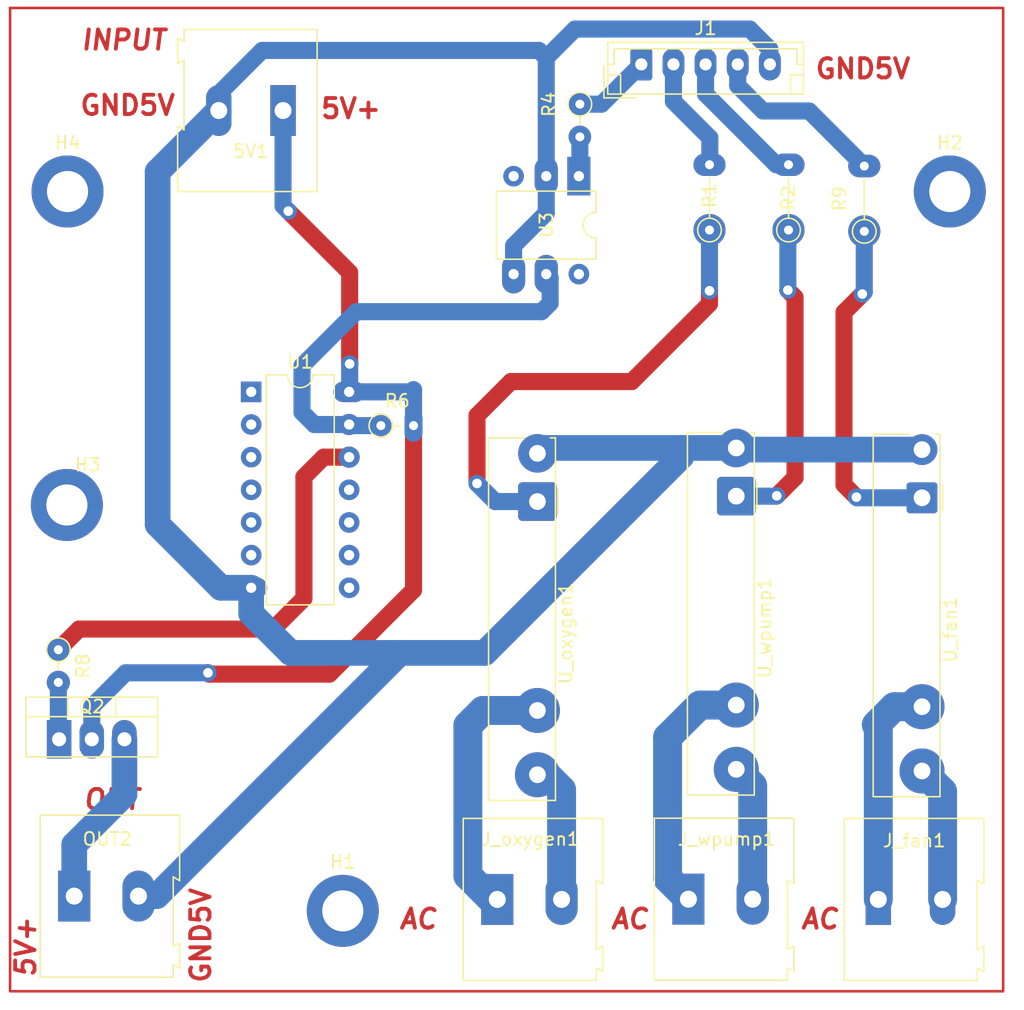
<source format=kicad_pcb>
(kicad_pcb (version 20211014) (generator pcbnew)
  (layers (0 "F.Cu" signal) (31 "B.Cu" signal) (34 "B.Paste" user) (35 "F.Paste" user) (36 "B.SilkS" user "B.Silkscreen") (37 "F.SilkS" user "F.Silkscreen") (38 "B.Mask" user) (39 "F.Mask" user) (44 "Edge.Cuts" user))
  (net 0 "")
  (net 1 "GND5V")
  (net 2 "D25")
  (net 3 "D32")
  (net 4 "D33")
  (net 5 "Net-(J_oxygen1-Pad1)")
  (net 6 "Net-(J_oxygen1-Pad2)")
  (net 7 "Net-(J_wpump1-Pad1)")
  (net 8 "Net-(J_wpump1-Pad2)")
  (net 9 "Net-(OUT2-Pad1)")
  (net 10 "Net-(Q2-Pad1)")
  (net 11 "5v")
  (net 12 "Net-(R1-Pad1)")
  (net 13 "Net-(R2-Pad1)")
  (net 14 "Net-(R4-Pad2)")
  (net 15 "Net-(R6-Pad1)")
  (net 16 "Net-(R8-Pad1)")
  (net 27 "D34")
  (net 28 "Net-(R9-Pad1)")
  (net 29 "Net-(J_fan1-Pad1)")
  (net 30 "Net-(J_fan1-Pad2)")
  (footprint "TerminalBlock:TerminalBlock_Altech_AK300-2_P5.00mm" (layer "F.Cu") (at 179.4115 108.439)
    (fp_text reference "J_wpump1" (at 2.9605 -4.68) (layer "F.SilkS"))
    (fp_text value "Screw_Terminal_01x02")
    (fp_line (start 7.7 5.35) (end 8.2 5.6) (layer "F.SilkS") (width 0.12))
    (fp_line (start 8.2 -1.2) (end 8.2 -6.3) (layer "F.SilkS") (width 0.12))
    (fp_line (start 8.2 3.65) (end 7.7 3.9) (layer "F.SilkS") (width 0.12))
    (fp_line (start 7.7 -1.5) (end 8.2 -1.2) (layer "F.SilkS") (width 0.12))
    (fp_line (start 8.2 3.7) (end 8.2 3.65) (layer "F.SilkS") (width 0.12))
    (fp_line (start -2.65 6.3) (end 7.7 6.3) (layer "F.SilkS") (width 0.12))
    (fp_line (start 7.7 6.3) (end 7.7 5.35) (layer "F.SilkS") (width 0.12))
    (fp_line (start 7.7 3.9) (end 7.7 -1.5) (layer "F.SilkS") (width 0.12))
    (fp_line (start 8.2 5.6) (end 8.2 3.7) (layer "F.SilkS") (width 0.12))
    (fp_line (start 8.2 -6.3) (end -2.65 -6.3) (layer "F.SilkS") (width 0.12))
    (fp_line (start -2.65 -6.3) (end -2.65 6.3) (layer "F.SilkS") (width 0.12))
    (pad "1" thru_hole rect (at 0 0) (size 2.5 3.96) (drill 1.32) (layers *.Cu *.Mask) (net 7 "Net-(J_wpump1-Pad1)"))
    (pad "2" thru_hole oval (at 5 0) (size 2.5 3.96) (drill 1.32) (layers *.Cu *.Mask) (net 8 "Net-(J_wpump1-Pad2)"))
  )
  (footprint "TerminalBlock:TerminalBlock_Altech_AK300-2_P5.00mm" (layer "F.Cu") (at 194.183 108.458)
    (fp_text reference "J_fan1" (at 2.794 -4.572) (layer "F.SilkS"))
    (fp_text value "Screw_Terminal_01x02")
    (fp_line (start 8.2 3.7) (end 8.2 3.65) (layer "F.SilkS") (width 0.12))
    (fp_line (start 8.2 5.6) (end 8.2 3.7) (layer "F.SilkS") (width 0.12))
    (fp_line (start -2.65 -6.3) (end -2.65 6.3) (layer "F.SilkS") (width 0.12))
    (fp_line (start 7.7 3.9) (end 7.7 -1.5) (layer "F.SilkS") (width 0.12))
    (fp_line (start 7.7 -1.5) (end 8.2 -1.2) (layer "F.SilkS") (width 0.12))
    (fp_line (start 8.2 -6.3) (end -2.65 -6.3) (layer "F.SilkS") (width 0.12))
    (fp_line (start -2.65 6.3) (end 7.7 6.3) (layer "F.SilkS") (width 0.12))
    (fp_line (start 8.2 3.65) (end 7.7 3.9) (layer "F.SilkS") (width 0.12))
    (fp_line (start 7.7 6.3) (end 7.7 5.35) (layer "F.SilkS") (width 0.12))
    (fp_line (start 8.2 -1.2) (end 8.2 -6.3) (layer "F.SilkS") (width 0.12))
    (fp_line (start 7.7 5.35) (end 8.2 5.6) (layer "F.SilkS") (width 0.12))
    (pad "1" thru_hole rect (at 0 0) (size 1.98 3.96) (drill 1.32) (layers *.Cu *.Mask) (net 29 "Net-(J_fan1-Pad1)"))
    (pad "2" thru_hole oval (at 5 0) (size 1.98 3.96) (drill 1.32) (layers *.Cu *.Mask) (net 30 "Net-(J_fan1-Pad2)"))
  )
  (footprint "Resistor_THT:R_Axial_DIN0204_L3.6mm_D1.6mm_P5.08mm_Vertical" (layer "F.Cu") (at 187.198 56.388 90)
    (fp_text reference "R2" (at 2.5 0 90) (layer "F.SilkS"))
    (fp_text value "R")
    (fp_line (start 0.92 0) (end 4.08 0) (layer "F.SilkS") (width 0.12))
    (fp_circle (center 0 0) (end 0.92 0) (layer "F.SilkS") (width 0.12) (fill none))
    (pad "1" thru_hole circle (at 0 0 90) (size 2.5 2.5) (drill 0.7) (layers *.Cu *.Mask) (net 13 "Net-(R2-Pad1)"))
    (pad "2" thru_hole oval (at 5.08 0 90) (size 1.75 2.5) (drill 0.7) (layers *.Cu *.Mask) (net 4 "D33"))
  )
  (footprint "MountingHole:MountingHole_3.2mm_M3_DIN965_Pad" (layer "F.Cu") (at 131.1148 53.3908)
    (fp_text reference "H4" (at 0 -3.8) (layer "F.SilkS"))
    (fp_text value "MountingHole")
    (pad "1" thru_hole circle (at 0 0) (size 5.6 5.6) (drill 3.2) (layers *.Cu *.Mask))
  )
  (footprint "MountingHole:MountingHole_3.2mm_M3_DIN965_Pad" (layer "F.Cu") (at 199.7456 53.3908)
    (fp_text reference "H2" (at 0 -3.8) (layer "F.SilkS"))
    (fp_text value "MountingHole")
    (pad "1" thru_hole circle (at 0 0) (size 5.6 5.6) (drill 3.2) (layers *.Cu *.Mask))
  )
  (footprint "Package_DIP:DIP-6_W7.62mm" (layer "F.Cu") (at 170.8924 52.1981 -90)
    (fp_text reference "U3" (at 3.8 2.525 90) (layer "F.SilkS"))
    (fp_text value "4N25")
    (fp_line (start 1.16 -1.33) (end 1.16 6.41) (layer "F.SilkS") (width 0.12))
    (fp_line (start 1.16 6.41) (end 6.46 6.41) (layer "F.SilkS") (width 0.12))
    (fp_line (start 6.46 -1.33) (end 4.81 -1.33) (layer "F.SilkS") (width 0.12))
    (fp_line (start 6.46 6.41) (end 6.46 -1.33) (layer "F.SilkS") (width 0.12))
    (fp_line (start 2.81 -1.33) (end 1.16 -1.33) (layer "F.SilkS") (width 0.12))
    (fp_arc (start 4.81 -1.33) (mid 3.81 -0.33) (end 2.81 -1.33) (layer "F.SilkS") (width 0.12))
    (pad "1" thru_hole rect (at 0 0 270) (size 3 1.8) (drill 0.8) (layers *.Cu *.Mask) (net 14 "Net-(R4-Pad2)"))
    (pad "2" thru_hole oval (at 0 2.54 270) (size 3 1.8) (drill 0.8) (layers *.Cu *.Mask) (net 1 "GND5V"))
    (pad "3" thru_hole oval (at 0 5.08 270) (size 1.6 1.6) (drill 0.8) (layers *.Cu *.Mask))
    (pad "4" thru_hole oval (at 7.62 5.08 270) (size 3 1.8) (drill 0.8) (layers *.Cu *.Mask) (net 1 "GND5V"))
    (pad "5" thru_hole oval (at 7.62 2.54 270) (size 3 1.8) (drill 0.8) (layers *.Cu *.Mask) (net 15 "Net-(R6-Pad1)"))
    (pad "6" thru_hole oval (at 7.62 0 270) (size 1.6 1.6) (drill 0.8) (layers *.Cu *.Mask))
  )
  (footprint "OptoDevice:Finder_34.81" (layer "F.Cu") (at 183.134 77.089 -90)
    (fp_text reference "U_wpump1" (at 10.25 -2.2 90) (layer "F.SilkS"))
    (fp_text value "34.81-8240")
    (fp_line (start 23.25 3.8) (end -4.95 3.8) (layer "F.SilkS") (width 0.12))
    (fp_line (start -4.95 -1.4) (end -4.95 -1) (layer "F.SilkS") (width 0.12))
    (fp_line (start 1 -1.6) (end -1 -1.6) (layer "F.SilkS") (width 0.12))
    (fp_line (start 23.25 -1.4) (end 23.25 3.8) (layer "F.SilkS") (width 0.12))
    (fp_line (start -4.95 -1.4) (end 23.25 -1.4) (layer "F.SilkS") (width 0.12))
    (fp_line (start -4.95 3.8) (end -4.95 1) (layer "F.SilkS") (width 0.12))
    (pad "11" thru_hole circle (at 16.25 0 270) (size 3.5 3.5) (drill 1.3) (layers *.Cu *.Mask) (net 7 "Net-(J_wpump1-Pad1)"))
    (pad "14" thru_hole circle (at 21.25 0 270) (size 3.5 3.5) (drill oval 1.3) (layers *.Cu *.Mask) (net 8 "Net-(J_wpump1-Pad2)"))
    (pad "A1" thru_hole roundrect (at 0 0 270) (size 3 3) (drill 1.3) (layers *.Cu *.Mask) (roundrect_rratio 0.104) (net 13 "Net-(R2-Pad1)"))
    (pad "A2" thru_hole circle (at -3.75 0 270) (size 3 3) (drill 1.3) (layers *.Cu *.Mask) (net 1 "GND5V"))
  )
  (footprint "Package_DIP:DIP-14_W7.62mm" (layer "F.Cu") (at 145.4 68.975)
    (fp_text reference "U1" (at 3.81 -2.33) (layer "F.SilkS"))
    (fp_text value "40106")
    (fp_line (start 6.46 16.57) (end 6.46 -1.33) (layer "F.SilkS") (width 0.12))
    (fp_line (start 1.16 -1.33) (end 1.16 16.57) (layer "F.SilkS") (width 0.12))
    (fp_line (start 1.16 16.57) (end 6.46 16.57) (layer "F.SilkS") (width 0.12))
    (fp_line (start 2.81 -1.33) (end 1.16 -1.33) (layer "F.SilkS") (width 0.12))
    (fp_line (start 6.46 -1.33) (end 4.81 -1.33) (layer "F.SilkS") (width 0.12))
    (fp_arc (start 4.81 -1.33) (mid 3.81 -0.33) (end 2.81 -1.33) (layer "F.SilkS") (width 0.12))
    (pad "1" thru_hole rect (at 0 0) (size 1.6 1.6) (drill 0.8) (layers *.Cu *.Mask))
    (pad "2" thru_hole oval (at 0 2.54) (size 1.6 1.6) (drill 0.8) (layers *.Cu *.Mask))
    (pad "3" thru_hole oval (at 0 5.08) (size 1.6 1.6) (drill 0.8) (layers *.Cu *.Mask))
    (pad "4" thru_hole oval (at 0 7.62) (size 1.6 1.6) (drill 0.8) (layers *.Cu *.Mask))
    (pad "5" thru_hole oval (at 0 10.16) (size 1.6 1.6) (drill 0.8) (layers *.Cu *.Mask))
    (pad "6" thru_hole oval (at 0 12.7) (size 1.6 1.6) (drill 0.8) (layers *.Cu *.Mask))
    (pad "7" thru_hole oval (at 0 15.24) (size 2.5 1.6) (drill 0.8) (layers *.Cu *.Mask) (net 1 "GND5V"))
    (pad "8" thru_hole oval (at 7.62 15.24) (size 1.6 1.6) (drill 0.8) (layers *.Cu *.Mask))
    (pad "9" thru_hole oval (at 7.62 12.7) (size 1.6 1.6) (drill 0.8) (layers *.Cu *.Mask))
    (pad "10" thru_hole oval (at 7.62 10.16) (size 1.6 1.6) (drill 0.8) (layers *.Cu *.Mask))
    (pad "11" thru_hole oval (at 7.62 7.62) (size 1.6 1.6) (drill 0.8) (layers *.Cu *.Mask))
    (pad "12" thru_hole oval (at 7.62 5.08) (size 1.65 1.65) (drill 0.8) (layers *.Cu *.Mask) (net 16 "Net-(R8-Pad1)"))
    (pad "13" thru_hole oval (at 7.62 2.54) (size 1.65 1.65) (drill 0.8) (layers *.Cu *.Mask) (net 15 "Net-(R6-Pad1)"))
    (pad "14" thru_hole oval (at 7.62 0) (size 2.5 1.6) (drill 0.8) (layers *.Cu *.Mask) (net 11 "5v"))
  )
  (footprint "TerminalBlock:TerminalBlock_Altech_AK300-2_P5.00mm" (layer "F.Cu") (at 131.635 108.2)
    (fp_text reference "OUT2" (at 2.565 -4.441) (layer "F.SilkS"))
    (fp_text value "Screw_Terminal_01x02")
    (fp_line (start 8.2 -1.2) (end 8.2 -6.3) (layer "F.SilkS") (width 0.12))
    (fp_line (start 7.7 5.35) (end 8.2 5.6) (layer "F.SilkS") (width 0.12))
    (fp_line (start 7.7 3.9) (end 7.7 -1.5) (layer "F.SilkS") (width 0.12))
    (fp_line (start 7.7 6.3) (end 7.7 5.35) (layer "F.SilkS") (width 0.12))
    (fp_line (start 8.2 5.6) (end 8.2 3.7) (layer "F.SilkS") (width 0.12))
    (fp_line (start -2.65 6.3) (end 7.7 6.3) (layer "F.SilkS") (width 0.12))
    (fp_line (start -2.65 -6.3) (end -2.65 6.3) (layer "F.SilkS") (width 0.12))
    (fp_line (start 8.2 3.7) (end 8.2 3.65) (layer "F.SilkS") (width 0.12))
    (fp_line (start 8.2 3.65) (end 7.7 3.9) (layer "F.SilkS") (width 0.12))
    (fp_line (start 8.2 -6.3) (end -2.65 -6.3) (layer "F.SilkS") (width 0.12))
    (fp_line (start 7.7 -1.5) (end 8.2 -1.2) (layer "F.SilkS") (width 0.12))
    (pad "1" thru_hole rect (at 0 0) (size 2.5 3.96) (drill 1.32) (layers *.Cu *.Mask) (net 9 "Net-(OUT2-Pad1)"))
    (pad "2" thru_hole oval (at 5 0) (size 2.5 3.96) (drill 1.32) (layers *.Cu *.Mask) (net 1 "GND5V"))
  )
  (footprint "Resistor_THT:R_Axial_DIN0204_L3.6mm_D1.6mm_P2.54mm_Vertical" (layer "F.Cu") (at 155.49 71.6)
    (fp_text reference "R6" (at 1.27 -1.92) (layer "F.SilkS"))
    (fp_text value "10k")
    (fp_line (start 0.92 0) (end 1.54 0) (layer "F.SilkS") (width 0.12))
    (fp_circle (center 0 0) (end 0.92 0) (layer "F.SilkS") (width 0.12) (fill none))
    (pad "1" thru_hole circle (at 0 0) (size 1.65 1.65) (drill 0.7) (layers *.Cu *.Mask) (net 15 "Net-(R6-Pad1)"))
    (pad "2" thru_hole oval (at 2.54 0) (size 1.4 2.5) (drill 0.7) (layers *.Cu *.Mask) (net 11 "5v"))
  )
  (footprint "Package_TO_SOT_THT:TO-220-3_Vertical" (layer "F.Cu") (at 130.46 96)
    (fp_text reference "Q2" (at 2.54 -2.545) (layer "F.SilkS"))
    (fp_text value "TIP122")
    (fp_line (start -2.58 -3.27) (end 7.66 -3.27) (layer "F.SilkS") (width 0.12))
    (fp_line (start 4.391 -3.27) (end 4.391 -1.76) (layer "F.SilkS") (width 0.12))
    (fp_line (start -2.58 -3.27) (end -2.58 1.371) (layer "F.SilkS") (width 0.12))
    (fp_line (start -2.58 1.371) (end 7.66 1.371) (layer "F.SilkS") (width 0.12))
    (fp_line (start -2.58 -1.76) (end 7.66 -1.76) (layer "F.SilkS") (width 0.12))
    (fp_line (start 0.69 -3.27) (end 0.69 -1.76) (layer "F.SilkS") (width 0.12))
    (fp_line (start 7.66 -3.27) (end 7.66 1.371) (layer "F.SilkS") (width 0.12))
    (pad "1" thru_hole rect (at 0 0) (size 1.905 3) (drill 1.1) (layers *.Cu *.Mask) (net 10 "Net-(Q2-Pad1)"))
    (pad "2" thru_hole oval (at 2.54 0) (size 1.905 3) (drill 1.1) (layers *.Cu *.Mask) (net 11 "5v"))
    (pad "3" thru_hole oval (at 5.08 0) (size 1.905 3) (drill 1.1) (layers *.Cu *.Mask) (net 9 "Net-(OUT2-Pad1)"))
  )
  (footprint "Resistor_THT:R_Axial_DIN0204_L3.6mm_D1.6mm_P5.08mm_Vertical" (layer "F.Cu") (at 181.0512 56.388 90)
    (fp_text reference "R1" (at 2.69 0 90) (layer "F.SilkS"))
    (fp_text value "R")
    (fp_line (start 0.92 0) (end 4.08 0) (layer "F.SilkS") (width 0.12))
    (fp_circle (center 0 0) (end 0.92 0) (layer "F.SilkS") (width 0.12) (fill none))
    (pad "1" thru_hole circle (at 0 0 90) (size 2.5 2.5) (drill 0.7) (layers *.Cu *.Mask) (net 12 "Net-(R1-Pad1)"))
    (pad "2" thru_hole oval (at 5.08 0 90) (size 1.75 2.5) (drill 0.7) (layers *.Cu *.Mask) (net 3 "D32"))
  )
  (footprint "MountingHole:MountingHole_3.2mm_M3_DIN965_Pad" (layer "F.Cu") (at 152.527 109.347)
    (fp_text reference "H1" (at 0 -3.8) (layer "F.SilkS"))
    (fp_text value "MountingHole")
    (pad "1" thru_hole circle (at 0 0) (size 5.6 5.6) (drill 3.2) (layers *.Cu *.Mask))
  )
  (footprint "OptoDevice:Finder_34.81" (layer "F.Cu") (at 197.583 77.216 -90)
    (fp_text reference "U_fan1" (at 10.25 -2.2 90) (layer "F.SilkS"))
    (fp_text value "34.81-8240")
    (fp_line (start -4.95 -1.4) (end -4.95 -1) (layer "F.SilkS") (width 0.12))
    (fp_line (start 1 -1.6) (end -1 -1.6) (layer "F.SilkS") (width 0.12))
    (fp_line (start 23.25 -1.4) (end 23.25 3.8) (layer "F.SilkS") (width 0.12))
    (fp_line (start -4.95 -1.4) (end 23.25 -1.4) (layer "F.SilkS") (width 0.12))
    (fp_line (start 23.25 3.8) (end -4.95 3.8) (layer "F.SilkS") (width 0.12))
    (fp_line (start -4.95 3.8) (end -4.95 1) (layer "F.SilkS") (width 0.12))
    (pad "11" thru_hole circle (at 16.25 0 270) (size 3.5 3.5) (drill 1.3) (layers *.Cu *.Mask) (net 29 "Net-(J_fan1-Pad1)"))
    (pad "14" thru_hole circle (at 21.25 0 270) (size 3.5 3.5) (drill 1.3) (layers *.Cu *.Mask) (net 30 "Net-(J_fan1-Pad2)"))
    (pad "A1" thru_hole roundrect (at 0 0 270) (size 2.4 2.4) (drill 1.3) (layers *.Cu *.Mask) (roundrect_rratio 0.104) (net 28 "Net-(R9-Pad1)"))
    (pad "A2" thru_hole circle (at -3.75 0 270) (size 2.4 2.4) (drill 1.3) (layers *.Cu *.Mask) (net 1 "GND5V"))
  )
  (footprint "MountingHole:MountingHole_3.2mm_M3_DIN965_Pad" (layer "F.Cu") (at 131.064 77.7748)
    (fp_text reference "H3" (at 1.6256 -3.1242) (layer "F.SilkS"))
    (fp_text value "MountingHole")
    (pad "1" thru_hole circle (at 0 0) (size 5.6 5.6) (drill 3.2) (layers *.Cu *.Mask))
  )
  (footprint "Resistor_THT:R_Axial_DIN0204_L3.6mm_D1.6mm_P5.08mm_Vertical" (layer "F.Cu") (at 193.0908 56.4896 90)
    (fp_text reference "R9" (at 2.54 -1.92 90) (layer "F.SilkS"))
    (fp_text value "R")
    (fp_line (start 0.92 0) (end 4.08 0) (layer "F.SilkS") (width 0.12))
    (fp_circle (center 0 0) (end 0.92 0) (layer "F.SilkS") (width 0.12) (fill none))
    (pad "1" thru_hole circle (at 0 0 90) (size 2.5 2.5) (drill 0.7) (layers *.Cu *.Mask) (net 28 "Net-(R9-Pad1)"))
    (pad "2" thru_hole oval (at 5.08 0 90) (size 1.75 2.5) (drill 0.7) (layers *.Cu *.Mask) (net 27 "D34"))
  )
  (footprint "Connector_JST:JST_EH_B5B-EH-A_1x05_P2.50mm_Vertical" (layer "F.Cu") (at 175.7464 43.5001)
    (fp_text reference "J1" (at 5 -2.8) (layer "F.SilkS"))
    (fp_text value "Conn_01x05_Male")
    (fp_line (start -2.11 -1.21) (end 12.11 -1.21) (layer "F.SilkS") (width 0.12))
    (fp_line (start -1.61 0.81) (end -1.61 2.31) (layer "F.SilkS") (width 0.12))
    (fp_line (start 12.11 -1.21) (end 12.11 0) (layer "F.SilkS") (width 0.12))
    (fp_line (start 12.61 2.31) (end 12.61 -1.71) (layer "F.SilkS") (width 0.12))
    (fp_line (start -2.61 -1.71) (end -2.61 2.31) (layer "F.SilkS") (width 0.12))
    (fp_line (start -2.11 0) (end -2.11 -1.21) (layer "F.SilkS") (width 0.12))
    (fp_line (start 12.61 0.81) (end 11.61 0.81) (layer "F.SilkS") (width 0.12))
    (fp_line (start 12.11 0) (end 12.61 0) (layer "F.SilkS") (width 0.12))
    (fp_line (start -2.61 2.31) (end 12.61 2.31) (layer "F.SilkS") (width 0.12))
    (fp_line (start 12.61 -1.71) (end -2.61 -1.71) (layer "F.SilkS") (width 0.12))
    (fp_line (start -2.61 0) (end -2.11 0) (layer "F.SilkS") (width 0.12))
    (fp_line (start -2.61 0.81) (end -1.61 0.81) (layer "F.SilkS") (width 0.12))
    (fp_line (start -2.91 2.61) (end -0.41 2.61) (layer "F.SilkS") (width 0.12))
    (fp_line (start 11.61 0.81) (end 11.61 2.31) (layer "F.SilkS") (width 0.12))
    (fp_line (start -2.91 0.11) (end -2.91 2.61) (layer "F.SilkS") (width 0.12))
    (pad "1" thru_hole roundrect (at 0 0) (size 1.7 2.5) (drill 0.95) (layers *.Cu *.Mask) (roundrect_rratio 0.1470588235) (net 2 "D25"))
    (pad "2" thru_hole oval (at 2.5 0) (size 1.7 2.5) (drill 0.95) (layers *.Cu *.Mask) (net 3 "D32"))
    (pad "3" thru_hole oval (at 5 0) (size 1.7 2.5) (drill 0.95) (layers *.Cu *.Mask) (net 4 "D33"))
    (pad "4" thru_hole oval (at 7.5 0) (size 1.7 2.5) (drill 0.95) (layers *.Cu *.Mask) (net 27 "D34"))
    (pad "5" thru_hole oval (at 10 0) (size 1.7 2.5) (drill 0.95) (layers *.Cu *.Mask) (net 1 "GND5V"))
  )
  (footprint "TerminalBlock:TerminalBlock_Altech_AK300-2_P5.00mm" (layer "F.Cu") (at 147.8788 47.0916 180)
    (fp_text reference "5V1" (at 2.515 -3.17) (layer "F.SilkS"))
    (fp_text value "Screw_Terminal_01x02")
    (fp_line (start 8.2 3.7) (end 8.2 3.65) (layer "F.SilkS") (width 0.12))
    (fp_line (start -2.65 6.3) (end 7.7 6.3) (layer "F.SilkS") (width 0.12))
    (fp_line (start 8.2 5.6) (end 8.2 3.7) (layer "F.SilkS") (width 0.12))
    (fp_line (start 7.7 3.9) (end 7.7 -1.5) (layer "F.SilkS") (width 0.12))
    (fp_line (start 7.7 6.3) (end 7.7 5.35) (layer "F.SilkS") (width 0.12))
    (fp_line (start 7.7 5.35) (end 8.2 5.6) (layer "F.SilkS") (width 0.12))
    (fp_line (start -2.65 -6.3) (end -2.65 6.3) (layer "F.SilkS") (width 0.12))
    (fp_line (start 8.2 -6.3) (end -2.65 -6.3) (layer "F.SilkS") (width 0.12))
    (fp_line (start 8.2 3.65) (end 7.7 3.9) (layer "F.SilkS") (width 0.12))
    (fp_line (start 8.2 -1.2) (end 8.2 -6.3) (layer "F.SilkS") (width 0.12))
    (fp_line (start 7.7 -1.5) (end 8.2 -1.2) (layer "F.SilkS") (width 0.12))
    (pad "1" thru_hole rect (at 0 0 180) (size 1.98 3.96) (drill 1.32) (layers *.Cu *.Mask) (net 11 "5v"))
    (pad "2" thru_hole oval (at 5 0 180) (size 1.98 3.96) (drill 1.32) (layers *.Cu *.Mask) (net 1 "GND5V"))
  )
  (footprint "TerminalBlock:TerminalBlock_Altech_AK300-2_P5.00mm" (layer "F.Cu") (at 164.545 108.458)
    (fp_text reference "J_oxygen1" (at 2.565 -4.699) (layer "F.SilkS"))
    (fp_text value "Screw_Terminal_01x02")
    (fp_line (start 8.2 -1.2) (end 8.2 -6.3) (layer "F.SilkS") (width 0.12))
    (fp_line (start -2.65 6.3) (end 7.7 6.3) (layer "F.SilkS") (width 0.12))
    (fp_line (start -2.65 -6.3) (end -2.65 6.3) (layer "F.SilkS") (width 0.12))
    (fp_line (start 8.2 -6.3) (end -2.65 -6.3) (layer "F.SilkS") (width 0.12))
    (fp_line (start 7.7 6.3) (end 7.7 5.35) (layer "F.SilkS") (width 0.12))
    (fp_line (start 8.2 5.6) (end 8.2 3.7) (layer "F.SilkS") (width 0.12))
    (fp_line (start 7.7 3.9) (end 7.7 -1.5) (layer "F.SilkS") (width 0.12))
    (fp_line (start 8.2 3.7) (end 8.2 3.65) (layer "F.SilkS") (width 0.12))
    (fp_line (start 8.2 3.65) (end 7.7 3.9) (layer "F.SilkS") (width 0.12))
    (fp_line (start 7.7 -1.5) (end 8.2 -1.2) (layer "F.SilkS") (width 0.12))
    (fp_line (start 7.7 5.35) (end 8.2 5.6) (layer "F.SilkS") (width 0.12))
    (pad "1" thru_hole rect (at 0 0) (size 2.5 3.96) (drill 1.32) (layers *.Cu *.Mask) (net 5 "Net-(J_oxygen1-Pad1)"))
    (pad "2" thru_hole oval (at 5 0) (size 2.5 3.96) (drill 1.32) (layers *.Cu *.Mask) (net 6 "Net-(J_oxygen1-Pad2)"))
  )
  (footprint "Resistor_THT:R_Axial_DIN0204_L3.6mm_D1.6mm_P2.54mm_Vertical" (layer "F.Cu") (at 130.4 89.035 -90)
    (fp_text reference "R8" (at 1.27 -1.92 90) (layer "F.SilkS"))
    (fp_text value "10")
    (fp_line (start 0.92 0) (end 1.54 0) (layer "F.SilkS") (width 0.12))
    (fp_circle (center 0 0) (end 0.92 0) (layer "F.SilkS") (width 0.12) (fill none))
    (pad "1" thru_hole circle (at 0 0 270) (size 1.8 1.8) (drill 0.7) (layers *.Cu *.Mask) (net 16 "Net-(R8-Pad1)"))
    (pad "2" thru_hole oval (at 2.54 0 270) (size 1.8 1.8) (drill 0.7) (layers *.Cu *.Mask) (net 10 "Net-(Q2-Pad1)"))
  )
  (footprint "OptoDevice:Finder_34.81" (layer "F.Cu") (at 167.6675 77.508 -90)
    (fp_text reference "U_oxygen1" (at 10.25 -2.2 90) (layer "F.SilkS"))
    (fp_text value "34.81-8240")
    (fp_line (start 1 -1.6) (end -1 -1.6) (layer "F.SilkS") (width 0.12))
    (fp_line (start -4.95 -1.4) (end 23.25 -1.4) (layer "F.SilkS") (width 0.12))
    (fp_line (start -4.95 3.8) (end -4.95 1) (layer "F.SilkS") (width 0.12))
    (fp_line (start -4.95 -1.4) (end -4.95 -1) (layer "F.SilkS") (width 0.12))
    (fp_line (start 23.25 3.8) (end -4.95 3.8) (layer "F.SilkS") (width 0.12))
    (fp_line (start 23.25 -1.4) (end 23.25 3.8) (layer "F.SilkS") (width 0.12))
    (pad "11" thru_hole circle (at 16.25 0 270) (size 3.5 3.5) (drill 1.3) (layers *.Cu *.Mask) (net 5 "Net-(J_oxygen1-Pad1)"))
    (pad "14" thru_hole circle (at 21.25 0 270) (size 3.5 3.5) (drill 1.3) (layers *.Cu *.Mask) (net 6 "Net-(J_oxygen1-Pad2)"))
    (pad "A1" thru_hole roundrect (at 0 0 270) (size 3 3) (drill 1.3) (layers *.Cu *.Mask) (roundrect_rratio 0.104) (net 12 "Net-(R1-Pad1)"))
    (pad "A2" thru_hole circle (at -3.75 0 270) (size 3 3) (drill 1.3) (layers *.Cu *.Mask) (net 1 "GND5V"))
  )
  (footprint "Resistor_THT:R_Axial_DIN0204_L3.6mm_D1.6mm_P2.54mm_Vertical" (layer "F.Cu") (at 170.9674 46.5981 -90)
    (fp_text reference "R4" (at 0.02 2.4 90) (layer "F.SilkS"))
    (fp_text value "100")
    (fp_line (start 0.92 0) (end 1.54 0) (layer "F.SilkS") (width 0.12))
    (fp_circle (center 0 0) (end 0.92 0) (layer "F.SilkS") (width 0.12) (fill none))
    (pad "1" thru_hole circle (at 0 0 270) (size 1.75 1.75) (drill 0.7) (layers *.Cu *.Mask) (net 2 "D25"))
    (pad "2" thru_hole oval (at 2.54 0 270) (size 1.75 1.75) (drill 0.7) (layers *.Cu *.Mask) (net 14 "Net-(R4-Pad2)"))
  )
  (gr_rect (start 203.894 39.111) (end 126.647 115.6) (layer "F.Cu") (width 0.2) (fill none))
  (gr_text "GND5V\n" (at 135.7884 46.6852) (layer "F.Cu") (effects (font (size 1.5 1.5) (thickness 0.3))))
  (gr_text "AC" (at 174.8536 109.982) (layer "F.Cu") (effects (font (size 1.5 1.5) (thickness 0.3) italic)))
  (gr_text "GND5V\n" (at 141.478 111.252 90) (layer "F.Cu") (effects (font (size 1.5 1.5) (thickness 0.3))))
  (gr_text "AC" (at 158.3944 109.982) (layer "F.Cu") (effects (font (size 1.5 1.5) (thickness 0.3) italic)))
  (gr_text "OUT" (at 134.5692 100.6856) (layer "F.Cu") (effects (font (size 1.5 1.5) (thickness 0.3) italic)))
  (gr_text "AC" (at 189.6364 109.982) (layer "F.Cu") (effects (font (size 1.5 1.5) (thickness 0.3) italic)))
  (gr_text "INPUT" (at 135.4836 41.6052) (layer "F.Cu") (effects (font (size 1.5 1.5) (thickness 0.3) italic)))
  (gr_text "5V+" (at 127.8636 112.1664 90) (layer "F.Cu") (effects (font (size 1.5 1.5) (thickness 0.3) italic)))
  (gr_text "5V+" (at 153.162 46.9392) (layer "F.Cu") (effects (font (size 1.5 1.5) (thickness 0.3))))
  (gr_text "GND5V\n" (at 192.9892 43.8404) (layer "F.Cu") (effects (font (size 1.5 1.5) (thickness 0.3))))
  (segment (start 178.876 73.339) (end 178.876 73.981) (width 2) (layer "B.Cu") (net 1))
  (segment (start 183.261 73.466) (end 183.134 73.339) (width 2) (layer "B.Cu") (net 1))
  (segment (start 178.876 73.339) (end 168.0865 73.339) (width 2) (layer "B.Cu") (net 1))
  (segment (start 145.4 84.215) (end 143.0414 84.215) (width 2) (layer "B.Cu") (net 1))
  (segment (start 184.1754 40.7521) (end 170.5864 40.7521) (width 1.33) (layer "B.Cu") (net 1))
  (segment (start 168.0865 73.339) (end 167.6675 73.758) (width 2) (layer "B.Cu") (net 1))
  (segment (start 145.4 86.218) (end 148.463 89.281) (width 2) (layer "B.Cu") (net 1))
  (segment (start 146.2532 42.418) (end 142.8788 45.7924) (width 1.33) (layer "B.Cu") (net 1))
  (segment (start 197.583 73.466) (end 183.261 73.466) (width 2) (layer "B.Cu") (net 1))
  (segment (start 167.7843 42.418) (end 146.2532 42.418) (width 1.33) (layer "B.Cu") (net 1))
  (segment (start 138.1252 51.8452) (end 142.8788 47.0916) (width 2) (layer "B.Cu") (net 1))
  (segment (start 168.3524 42.9861) (end 168.3524 52.1981) (width 1.33) (layer "B.Cu") (net 1))
  (segment (start 142.8788 45.7924) (end 142.8788 47.0916) (width 1.33) (layer "B.Cu") (net 1))
  (segment (start 183.134 73.339) (end 178.876 73.339) (width 2) (layer "B.Cu") (net 1))
  (segment (start 138.1252 79.2988) (end 138.1252 51.8452) (width 2) (layer "B.Cu") (net 1))
  (segment (start 185.7464 42.3231) (end 184.1754 40.7521) (width 1.33) (layer "B.Cu") (net 1))
  (segment (start 163.576 89.281) (end 156.972 89.281) (width 2) (layer "B.Cu") (net 1))
  (segment (start 170.5864 40.7521) (end 168.3524 42.9861) (width 1.33) (layer "B.Cu") (net 1))
  (segment (start 165.8124 57.606) (end 168.3524 55.066) (width 1.33) (layer "B.Cu") (net 1))
  (segment (start 145.4 84.215) (end 145.4 86.218) (width 2) (layer "B.Cu") (net 1))
  (segment (start 168.3524 42.9861) (end 167.7843 42.418) (width 1.33) (layer "B.Cu") (net 1))
  (segment (start 136.635 108.2) (end 138.053 108.2) (width 2) (layer "B.Cu") (net 1))
  (segment (start 167.4675 73.558) (end 167.6675 73.758) (width 1.85) (layer "B.Cu") (net 1))
  (segment (start 178.876 73.981) (end 163.576 89.281) (width 2) (layer "B.Cu") (net 1))
  (segment (start 138.053 108.2) (end 156.972 89.281) (width 2) (layer "B.Cu") (net 1))
  (segment (start 156.972 89.281) (end 148.463 89.281) (width 2) (layer "B.Cu") (net 1))
  (segment (start 165.8124 59.8181) (end 165.8124 57.606) (width 1.33) (layer "B.Cu") (net 1))
  (segment (start 143.0414 84.215) (end 138.1252 79.2988) (width 2) (layer "B.Cu") (net 1))
  (segment (start 185.7464 43.5001) (end 185.7464 42.3231) (width 1.33) (layer "B.Cu") (net 1))
  (segment (start 168.3524 55.066) (end 168.3524 52.1981) (width 1.33) (layer "B.Cu") (net 1))
  (segment (start 172.6484 46.5981) (end 175.7464 43.5001) (width 1.33) (layer "B.Cu") (net 2))
  (segment (start 170.9674 46.5981) (end 172.6484 46.5981) (width 1.33) (layer "B.Cu") (net 2))
  (segment (start 181.0774 49.2111) (end 178.2464 46.3801) (width 1.33) (layer "B.Cu") (net 3))
  (segment (start 181.0774 51.2818) (end 181.0512 51.308) (width 1.33) (layer "B.Cu") (net 3))
  (segment (start 181.0774 49.2111) (end 181.0774 51.2818) (width 1.33) (layer "B.Cu") (net 3))
  (segment (start 178.2464 46.3801) (end 178.2464 43.5001) (width 1.33) (layer "B.Cu") (net 3))
  (segment (start 187.198 51.308) (end 186.2477 51.308) (width 1.33) (layer "B.Cu") (net 4))
  (segment (start 180.7464 45.8067) (end 180.7464 43.5001) (width 1.33) (layer "B.Cu") (net 4))
  (segment (start 186.2477 51.308) (end 180.7464 45.8067) (width 1.33) (layer "B.Cu") (net 4))
  (segment (start 167.6675 93.758) (end 163.425 93.758) (width 2.25) (layer "B.Cu") (net 5))
  (segment (start 164.103 108.458) (end 164.545 108.458) (width 2.25) (layer "B.Cu") (net 5))
  (segment (start 162.256 94.927) (end 162.256 106.611) (width 2.25) (layer "B.Cu") (net 5))
  (segment (start 163.425 93.758) (end 162.256 94.927) (width 2.25) (layer "B.Cu") (net 5))
  (segment (start 162.256 106.611) (end 164.103 108.458) (width 2.25) (layer "B.Cu") (net 5))
  (segment (start 167.6675 98.758) (end 168.373 98.758) (width 2.25) (layer "B.Cu") (net 6))
  (segment (start 169.545 99.93) (end 169.545 108.458) (width 2.25) (layer "B.Cu") (net 6))
  (segment (start 168.373 98.758) (end 169.545 99.93) (width 2.25) (layer "B.Cu") (net 6))
  (segment (start 177.7905 106.818) (end 179.4115 108.439) (width 2.25) (layer "B.Cu") (net 7))
  (segment (start 180.3025 93.339) (end 177.7905 95.851) (width 2.25) (layer "B.Cu") (net 7))
  (segment (start 183.134 93.339) (end 180.3025 93.339) (width 2.25) (layer "B.Cu") (net 7))
  (segment (start 177.7905 95.851) (end 177.7905 106.818) (width 2.25) (layer "B.Cu") (net 7))
  (segment (start 184.4115 108.439) (end 184.4115 99.6165) (width 2.25) (layer "B.Cu") (net 8))
  (segment (start 184.4115 99.6165) (end 183.134 98.339) (width 2.25) (layer "B.Cu") (net 8))
  (segment (start 131.635 108.2) (end 131.635 104.204) (width 2) (layer "B.Cu") (net 9))
  (segment (start 131.635 104.204) (end 135.54 100.299) (width 2) (layer "B.Cu") (net 9))
  (segment (start 135.54 100.299) (end 135.54 96) (width 2) (layer "B.Cu") (net 9))
  (segment (start 130.46 91.635) (end 130.4 91.575) (width 1.33) (layer "F.Cu") (net 10))
  (segment (start 130.4 95.94) (end 130.46 96) (width 1.33) (layer "B.Cu") (net 10))
  (segment (start 130.4 91.575) (end 130.4 95.94) (width 1.33) (layer "B.Cu") (net 10))
  (segment (start 158.03 84.3876) (end 151.4856 90.932) (width 1.33) (layer "F.Cu") (net 11))
  (segment (start 158.03 71.6) (end 158.03 84.3876) (width 1.33) (layer "F.Cu") (net 11))
  (segment (start 153.0604 66.802) (end 153.0604 66.7004) (width 1.33) (layer "F.Cu") (net 11))
  (segment (start 153.0604 59.69) (end 153.0604 66.802) (width 1.33) (layer "F.Cu") (net 11))
  (segment (start 142.1384 90.932) (end 142.0368 90.8304) (width 1.33) (layer "F.Cu") (net 11))
  (segment (start 151.4856 90.932) (end 142.1384 90.932) (width 1.33) (layer "F.Cu") (net 11))
  (segment (start 148.2852 54.9148) (end 153.0604 59.69) (width 1.33) (layer "F.Cu") (net 11))
  (via (at 142.0368 90.8304) (size 1.333) (drill 0.75) (layers "F.Cu" "B.Cu") (net 11))
  (via (at 153.0604 66.802) (size 1.33) (drill 0.75) (layers "F.Cu" "B.Cu") (net 11))
  (via (at 148.2852 54.9148) (size 1.33) (drill 0.75) (layers "F.Cu" "B.Cu") (net 11))
  (segment (start 147.8788 54.5084) (end 148.2852 54.9148) (width 1.33) (layer "B.Cu") (net 11))
  (segment (start 158.03 68.805) (end 157.86 68.975) (width 1.33) (layer "B.Cu") (net 11))
  (segment (start 142.0368 90.8304) (end 135.636 90.8304) (width 1.33) (layer "B.Cu") (net 11))
  (segment (start 153.0604 68.9346) (end 153.02 68.975) (width 1.33) (layer "B.Cu") (net 11))
  (segment (start 158.03 68.805) (end 158.03 71.6) (width 1.33) (layer "B.Cu") (net 11))
  (segment (start 133 93.4664) (end 133 96) (width 1.33) (layer "B.Cu") (net 11))
  (segment (start 135.636 90.8304) (end 133 93.4664) (width 1.33) (layer "B.Cu") (net 11))
  (segment (start 147.8788 47.0916) (end 147.8788 54.5084) (width 1.33) (layer "B.Cu") (net 11))
  (segment (start 153.0604 66.802) (end 153.0604 68.9346) (width 1.33) (layer "B.Cu") (net 11))
  (segment (start 157.86 68.975) (end 153.02 68.975) (width 1.33) (layer "B.Cu") (net 11))
  (segment (start 181.0512 62.1284) (end 175.006 68.1736) (width 1.33) (layer "F.Cu") (net 12))
  (segment (start 165.608 68.1736) (end 162.9664 70.8152) (width 1.33) (layer "F.Cu") (net 12))
  (segment (start 181.0512 61.1124) (end 181.0512 62.1284) (width 1.33) (layer "F.Cu") (net 12))
  (segment (start 175.006 68.1736) (end 165.608 68.1736) (width 1.33) (layer "F.Cu") (net 12))
  (segment (start 162.9664 70.8152) (end 162.9664 76.0984) (width 1.33) (layer "F.Cu") (net 12))
  (via (at 181.0512 61.1124) (size 1.33) (drill 0.75) (layers "F.Cu" "B.Cu") (net 12))
  (via (at 162.9664 76.0984) (size 1.25) (drill 0.75) (layers "F.Cu" "B.Cu") (net 12))
  (segment (start 162.9664 76.0984) (end 164.376 77.508) (width 1.33) (layer "B.Cu") (net 12))
  (segment (start 164.376 77.508) (end 167.6675 77.508) (width 1.33) (layer "B.Cu") (net 12))
  (segment (start 181.0512 61.1124) (end 181.0512 56.388) (width 1.33) (layer "B.Cu") (net 12))
  (segment (start 187.706 61.6204) (end 187.1472 61.0616) (width 1.33) (layer "F.Cu") (net 13))
  (segment (start 187.706 75.6412) (end 187.706 61.6204) (width 1.33) (layer "F.Cu") (net 13))
  (segment (start 187.2637 56.388) (end 187.198 56.388) (width 1.33) (layer "F.Cu") (net 13))
  (segment (start 186.2836 77.0636) (end 187.706 75.6412) (width 1.33) (layer "F.Cu") (net 13))
  (via (at 186.2836 77.0636) (size 1.33) (drill 0.75) (layers "F.Cu" "B.Cu") (net 13))
  (via (at 187.1472 61.0616) (size 1.33) (drill 0.75) (layers "F.Cu" "B.Cu") (net 13))
  (segment (start 187.1472 56.4388) (end 187.198 56.388) (width 1.33) (layer "B.Cu") (net 13))
  (segment (start 183.134 77.089) (end 186.2582 77.089) (width 1.33) (layer "B.Cu") (net 13))
  (segment (start 186.2582 77.089) (end 186.2836 77.0636) (width 1.33) (layer "B.Cu") (net 13))
  (segment (start 187.1472 61.0616) (end 187.1472 56.4388) (width 1.33) (layer "B.Cu") (net 13))
  (segment (start 170.9674 52.1231) (end 170.8924 52.1981) (width 1.33) (layer "F.Cu") (net 14))
  (segment (start 170.9674 49.1381) (end 170.9674 52.1231) (width 1.33) (layer "B.Cu") (net 14))
  (segment (start 170.9674 52.1231) (end 170.8924 52.1981) (width 1.33) (layer "B.Cu") (net 14))
  (segment (start 153.105 71.6) (end 153.02 71.515) (width 1.33) (layer "F.Cu") (net 15))
  (segment (start 167.9956 62.738) (end 168.656 62.0776) (width 1.33) (layer "B.Cu") (net 15))
  (segment (start 155.49 71.6) (end 153.105 71.6) (width 1.33) (layer "B.Cu") (net 15))
  (segment (start 153.02 71.515) (end 150.3058 71.515) (width 1.33) (layer "B.Cu") (net 15))
  (segment (start 149.352 70.5612) (end 149.352 66.9544) (width 1.33) (layer "B.Cu") (net 15))
  (segment (start 153.5684 62.738) (end 167.9956 62.738) (width 1.33) (layer "B.Cu") (net 15))
  (segment (start 168.656 62.0776) (end 168.656 60.1217) (width 1.33) (layer "B.Cu") (net 15))
  (segment (start 168.656 60.1217) (end 168.3524 59.8181) (width 1.33) (layer "B.Cu") (net 15))
  (segment (start 150.3058 71.515) (end 149.352 70.5612) (width 1.33) (layer "B.Cu") (net 15))
  (segment (start 153.105 71.6) (end 153.02 71.515) (width 1.33) (layer "B.Cu") (net 15))
  (segment (start 149.352 66.9544) (end 153.5684 62.738) (width 1.33) (layer "B.Cu") (net 15))
  (segment (start 147.1168 87.4268) (end 149.5044 85.0392) (width 1.33) (layer "F.Cu") (net 16))
  (segment (start 149.5044 85.0392) (end 149.5044 75.5904) (width 1.33) (layer "F.Cu") (net 16))
  (segment (start 130.4 89.035) (end 132.0082 87.4268) (width 1.33) (layer "F.Cu") (net 16))
  (segment (start 132.0082 87.4268) (end 147.1168 87.4268) (width 1.33) (layer "F.Cu") (net 16))
  (segment (start 149.5044 75.5904) (end 151.0398 74.055) (width 1.33) (layer "F.Cu") (net 16))
  (segment (start 151.0398 74.055) (end 153.02 74.055) (width 1.33) (layer "F.Cu") (net 16))
  (segment (start 183.2464 45.1571) (end 183.2464 43.5001) (width 1.33) (layer "B.Cu") (net 27))
  (segment (start 185.2168 47.1275) (end 183.2464 45.1571) (width 1.33) (layer "B.Cu") (net 27))
  (segment (start 188.8087 47.1275) (end 185.2168 47.1275) (width 1.33) (layer "B.Cu") (net 27))
  (segment (start 193.0908 51.4096) (end 188.8087 47.1275) (width 1.33) (layer "B.Cu") (net 27))
  (segment (start 192.4812 77.1652) (end 191.516 76.2) (width 1.33) (layer "F.Cu") (net 28))
  (segment (start 191.516 76.2) (end 191.516 62.7888) (width 1.33) (layer "F.Cu") (net 28))
  (segment (start 191.516 62.7888) (end 192.9384 61.3664) (width 1.33) (layer "F.Cu") (net 28))
  (via (at 192.9384 61.3664) (size 1.33) (drill 0.75) (layers "F.Cu" "B.Cu") (net 28))
  (via (at 192.4812 77.1652) (size 1.33) (drill 0.75) (layers "F.Cu" "B.Cu") (net 28))
  (segment (start 193.0908 61.214) (end 192.9384 61.3664) (width 1.33) (layer "B.Cu") (net 28))
  (segment (start 192.532 77.216) (end 192.4812 77.1652) (width 1.33) (layer "B.Cu") (net 28))
  (segment (start 193.0908 56.4896) (end 193.0908 61.214) (width 1.33) (layer "B.Cu") (net 28))
  (segment (start 197.583 77.216) (end 192.532 77.216) (width 1.33) (layer "B.Cu") (net 28))
  (segment (start 194.183 95.025) (end 194.183 108.458) (width 2.25) (layer "B.Cu") (net 29))
  (segment (start 195.43 93.466) (end 194.027 94.869) (width 2.25) (layer "B.Cu") (net 29))
  (segment (start 194.027 94.869) (end 194.183 95.025) (width 2) (layer "B.Cu") (net 29))
  (segment (start 197.583 93.466) (end 195.43 93.466) (width 2.25) (layer "B.Cu") (net 29))
  (segment (start 199.183 100.066) (end 197.583 98.466) (width 2.25) (layer "B.Cu") (net 30))
  (segment (start 199.183 108.458) (end 199.183 100.066) (width 2.25) (layer "B.Cu") (net 30))
)
</source>
